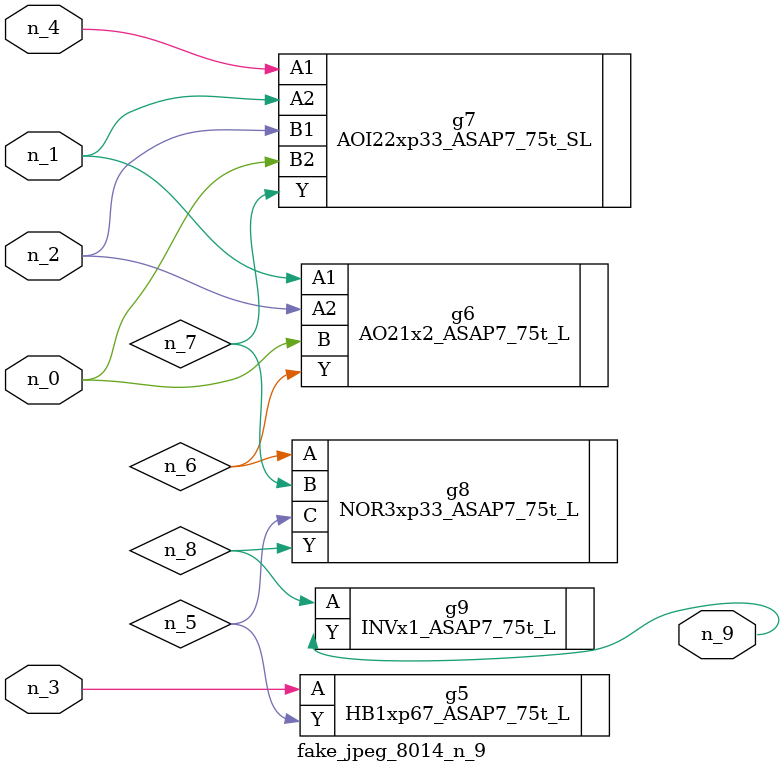
<source format=v>
module fake_jpeg_8014_n_9 (n_3, n_2, n_1, n_0, n_4, n_9);

input n_3;
input n_2;
input n_1;
input n_0;
input n_4;

output n_9;

wire n_8;
wire n_6;
wire n_5;
wire n_7;

HB1xp67_ASAP7_75t_L g5 ( 
.A(n_3),
.Y(n_5)
);

AO21x2_ASAP7_75t_L g6 ( 
.A1(n_1),
.A2(n_2),
.B(n_0),
.Y(n_6)
);

AOI22xp33_ASAP7_75t_SL g7 ( 
.A1(n_4),
.A2(n_1),
.B1(n_2),
.B2(n_0),
.Y(n_7)
);

NOR3xp33_ASAP7_75t_L g8 ( 
.A(n_6),
.B(n_7),
.C(n_5),
.Y(n_8)
);

INVx1_ASAP7_75t_L g9 ( 
.A(n_8),
.Y(n_9)
);


endmodule
</source>
